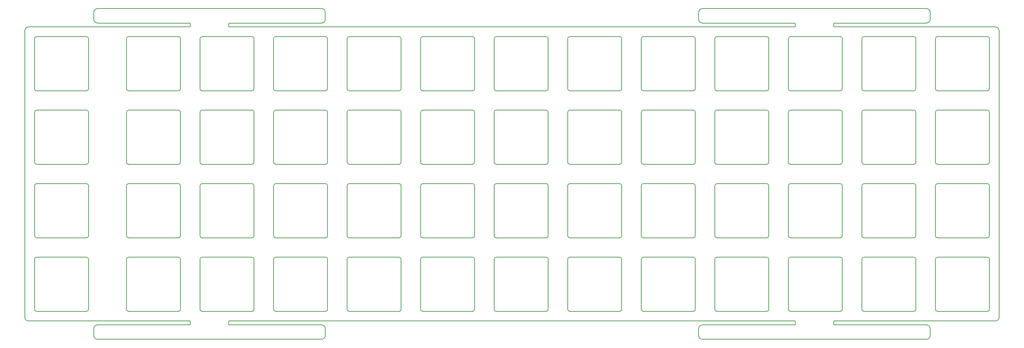
<source format=gbr>
%TF.GenerationSoftware,KiCad,Pcbnew,7.0.1-0*%
%TF.CreationDate,2023-08-03T16:04:49-05:00*%
%TF.ProjectId,plate,706c6174-652e-46b6-9963-61645f706362,rev?*%
%TF.SameCoordinates,Original*%
%TF.FileFunction,Profile,NP*%
%FSLAX46Y46*%
G04 Gerber Fmt 4.6, Leading zero omitted, Abs format (unit mm)*
G04 Created by KiCad (PCBNEW 7.0.1-0) date 2023-08-03 16:04:49*
%MOMM*%
%LPD*%
G01*
G04 APERTURE LIST*
%TA.AperFunction,Profile*%
%ADD10C,0.200000*%
%TD*%
G04 APERTURE END LIST*
D10*
X145900020Y-98868788D02*
X158900020Y-98868788D01*
X145400020Y-98368788D02*
G75*
G03*
X145900020Y-98868788I500001J1D01*
G01*
X145400020Y-85368788D02*
X145400020Y-98368788D01*
X145900020Y-84868788D02*
G75*
G03*
X145400020Y-85368788I1J-500001D01*
G01*
X158900020Y-84868788D02*
X145900020Y-84868788D01*
X159400020Y-85368788D02*
G75*
G03*
X158900020Y-84868788I-500001J-1D01*
G01*
X159400020Y-98368788D02*
X159400020Y-85368788D01*
X158900020Y-98868788D02*
G75*
G03*
X159400020Y-98368788I-1J500001D01*
G01*
X178450020Y-66318788D02*
G75*
G03*
X177950020Y-65818788I-500001J-1D01*
G01*
X164950020Y-65818788D02*
X177950020Y-65818788D01*
X164950020Y-65818788D02*
G75*
G03*
X164450020Y-66318788I1J-500001D01*
G01*
X164450020Y-79318788D02*
X164450020Y-66318788D01*
X164450020Y-79318788D02*
G75*
G03*
X164950020Y-79818788I500001J1D01*
G01*
X177950020Y-79818788D02*
X164950020Y-79818788D01*
X177950020Y-79818788D02*
G75*
G03*
X178450020Y-79318788I-1J500001D01*
G01*
X178450020Y-66318788D02*
X178450020Y-79318788D01*
X203050020Y-117918788D02*
X216050020Y-117918788D01*
X202550020Y-117418788D02*
G75*
G03*
X203050020Y-117918788I500001J1D01*
G01*
X202550020Y-104418788D02*
X202550020Y-117418788D01*
X203050020Y-103918788D02*
G75*
G03*
X202550020Y-104418788I1J-500001D01*
G01*
X216050020Y-103918788D02*
X203050020Y-103918788D01*
X216550020Y-104418788D02*
G75*
G03*
X216050020Y-103918788I-500001J-1D01*
G01*
X216550020Y-117418788D02*
X216550020Y-104418788D01*
X216050020Y-117918788D02*
G75*
G03*
X216550020Y-117418788I-1J500001D01*
G01*
X240650020Y-85368788D02*
X240650020Y-98368788D01*
X241150020Y-84868788D02*
G75*
G03*
X240650020Y-85368788I1J-500001D01*
G01*
X254150020Y-84868788D02*
X241150020Y-84868788D01*
X254650020Y-85368788D02*
G75*
G03*
X254150020Y-84868788I-500001J-1D01*
G01*
X254650020Y-98368788D02*
X254650020Y-85368788D01*
X254150020Y-98868788D02*
G75*
G03*
X254650020Y-98368788I-1J500001D01*
G01*
X241150020Y-98868788D02*
X254150020Y-98868788D01*
X240650020Y-98368788D02*
G75*
G03*
X241150020Y-98868788I500001J1D01*
G01*
X126350020Y-66318788D02*
X126350020Y-79318788D01*
X126850020Y-65818788D02*
G75*
G03*
X126350020Y-66318788I1J-500001D01*
G01*
X139850020Y-65818788D02*
X126850020Y-65818788D01*
X140350020Y-66318788D02*
G75*
G03*
X139850020Y-65818788I-500001J-1D01*
G01*
X140350020Y-79318788D02*
X140350020Y-66318788D01*
X139850020Y-79818788D02*
G75*
G03*
X140350020Y-79318788I-1J500001D01*
G01*
X126850020Y-79818788D02*
X139850020Y-79818788D01*
X126350020Y-79318788D02*
G75*
G03*
X126850020Y-79818788I500001J1D01*
G01*
X235600020Y-85368788D02*
G75*
G03*
X235100020Y-84868788I-500001J-1D01*
G01*
X222100020Y-84868788D02*
X235100020Y-84868788D01*
X222100020Y-84868788D02*
G75*
G03*
X221600020Y-85368788I1J-500001D01*
G01*
X221600020Y-98368788D02*
X221600020Y-85368788D01*
X221600020Y-98368788D02*
G75*
G03*
X222100020Y-98868788I500001J1D01*
G01*
X235100020Y-98868788D02*
X222100020Y-98868788D01*
X235100020Y-98868788D02*
G75*
G03*
X235600020Y-98368788I-1J500001D01*
G01*
X235600020Y-85368788D02*
X235600020Y-98368788D01*
X241150020Y-60768788D02*
X254150020Y-60768788D01*
X240650020Y-60268788D02*
G75*
G03*
X241150020Y-60768788I500001J1D01*
G01*
X240650020Y-47268788D02*
X240650020Y-60268788D01*
X241150020Y-46768788D02*
G75*
G03*
X240650020Y-47268788I1J-500001D01*
G01*
X254150020Y-46768788D02*
X241150020Y-46768788D01*
X254650020Y-47268788D02*
G75*
G03*
X254150020Y-46768788I-500001J-1D01*
G01*
X254650020Y-60268788D02*
X254650020Y-47268788D01*
X254150020Y-60768788D02*
G75*
G03*
X254650020Y-60268788I-1J500001D01*
G01*
X184000020Y-117918788D02*
X197000020Y-117918788D01*
X183500020Y-117418788D02*
G75*
G03*
X184000020Y-117918788I500001J1D01*
G01*
X183500020Y-104418788D02*
X183500020Y-117418788D01*
X184000020Y-103918788D02*
G75*
G03*
X183500020Y-104418788I1J-500001D01*
G01*
X197000020Y-103918788D02*
X184000020Y-103918788D01*
X197500020Y-104418788D02*
G75*
G03*
X197000020Y-103918788I-500001J-1D01*
G01*
X197500020Y-117418788D02*
X197500020Y-104418788D01*
X197000020Y-117918788D02*
G75*
G03*
X197500020Y-117418788I-1J500001D01*
G01*
X164950020Y-98868788D02*
X177950020Y-98868788D01*
X164450020Y-98368788D02*
G75*
G03*
X164950020Y-98868788I500001J1D01*
G01*
X164450020Y-85368788D02*
X164450020Y-98368788D01*
X164950020Y-84868788D02*
G75*
G03*
X164450020Y-85368788I1J-500001D01*
G01*
X177950020Y-84868788D02*
X164950020Y-84868788D01*
X178450020Y-85368788D02*
G75*
G03*
X177950020Y-84868788I-500001J-1D01*
G01*
X178450020Y-98368788D02*
X178450020Y-85368788D01*
X177950020Y-98868788D02*
G75*
G03*
X178450020Y-98368788I-1J500001D01*
G01*
X69700020Y-79818788D02*
X82700020Y-79818788D01*
X69200020Y-79318788D02*
G75*
G03*
X69700020Y-79818788I500001J1D01*
G01*
X69200020Y-66318788D02*
X69200020Y-79318788D01*
X69700020Y-65818788D02*
G75*
G03*
X69200020Y-66318788I1J-500001D01*
G01*
X82700020Y-65818788D02*
X69700020Y-65818788D01*
X83200020Y-66318788D02*
G75*
G03*
X82700020Y-65818788I-500001J-1D01*
G01*
X83200020Y-79318788D02*
X83200020Y-66318788D01*
X82700020Y-79818788D02*
G75*
G03*
X83200020Y-79318788I-1J500001D01*
G01*
X221600020Y-104418788D02*
X221600020Y-117418788D01*
X222100020Y-103918788D02*
G75*
G03*
X221600020Y-104418788I1J-500001D01*
G01*
X235100020Y-103918788D02*
X222100020Y-103918788D01*
X235600020Y-104418788D02*
G75*
G03*
X235100020Y-103918788I-500001J-1D01*
G01*
X235600020Y-117418788D02*
X235600020Y-104418788D01*
X235100020Y-117918788D02*
G75*
G03*
X235600020Y-117418788I-1J500001D01*
G01*
X222100020Y-117918788D02*
X235100020Y-117918788D01*
X221600020Y-117418788D02*
G75*
G03*
X222100020Y-117918788I500001J1D01*
G01*
X126850020Y-117918788D02*
X139850020Y-117918788D01*
X126350020Y-117418788D02*
G75*
G03*
X126850020Y-117918788I500001J1D01*
G01*
X126350020Y-104418788D02*
X126350020Y-117418788D01*
X126850020Y-103918788D02*
G75*
G03*
X126350020Y-104418788I1J-500001D01*
G01*
X139850020Y-103918788D02*
X126850020Y-103918788D01*
X140350020Y-104418788D02*
G75*
G03*
X139850020Y-103918788I-500001J-1D01*
G01*
X140350020Y-117418788D02*
X140350020Y-104418788D01*
X139850020Y-117918788D02*
G75*
G03*
X140350020Y-117418788I-1J500001D01*
G01*
X164950020Y-117918788D02*
X177950020Y-117918788D01*
X164450020Y-117418788D02*
G75*
G03*
X164950020Y-117918788I500001J1D01*
G01*
X164450020Y-104418788D02*
X164450020Y-117418788D01*
X164950020Y-103918788D02*
G75*
G03*
X164450020Y-104418788I1J-500001D01*
G01*
X177950020Y-103918788D02*
X164950020Y-103918788D01*
X178450020Y-104418788D02*
G75*
G03*
X177950020Y-103918788I-500001J-1D01*
G01*
X178450020Y-117418788D02*
X178450020Y-104418788D01*
X177950020Y-117918788D02*
G75*
G03*
X178450020Y-117418788I-1J500001D01*
G01*
X26837520Y-98868788D02*
X39837520Y-98868788D01*
X26337520Y-98368788D02*
G75*
G03*
X26837520Y-98868788I500001J1D01*
G01*
X26337520Y-85368788D02*
X26337520Y-98368788D01*
X26837520Y-84868788D02*
G75*
G03*
X26337520Y-85368788I1J-500001D01*
G01*
X39837520Y-84868788D02*
X26837520Y-84868788D01*
X40337520Y-85368788D02*
G75*
G03*
X39837520Y-84868788I-500001J-1D01*
G01*
X40337520Y-98368788D02*
X40337520Y-85368788D01*
X39837520Y-98868788D02*
G75*
G03*
X40337520Y-98368788I-1J500001D01*
G01*
X50650020Y-98868788D02*
X63650020Y-98868788D01*
X50150020Y-98368788D02*
G75*
G03*
X50650020Y-98868788I500001J1D01*
G01*
X50150020Y-85368788D02*
X50150020Y-98368788D01*
X50650020Y-84868788D02*
G75*
G03*
X50150020Y-85368788I1J-500001D01*
G01*
X63650020Y-84868788D02*
X50650020Y-84868788D01*
X64150020Y-85368788D02*
G75*
G03*
X63650020Y-84868788I-500001J-1D01*
G01*
X64150020Y-98368788D02*
X64150020Y-85368788D01*
X63650020Y-98868788D02*
G75*
G03*
X64150020Y-98368788I-1J500001D01*
G01*
X88750020Y-60768788D02*
X101750020Y-60768788D01*
X88250020Y-60268788D02*
G75*
G03*
X88750020Y-60768788I500001J1D01*
G01*
X88250020Y-47268788D02*
X88250020Y-60268788D01*
X88750020Y-46768788D02*
G75*
G03*
X88250020Y-47268788I1J-500001D01*
G01*
X101750020Y-46768788D02*
X88750020Y-46768788D01*
X102250020Y-47268788D02*
G75*
G03*
X101750020Y-46768788I-500001J-1D01*
G01*
X102250020Y-60268788D02*
X102250020Y-47268788D01*
X101750020Y-60768788D02*
G75*
G03*
X102250020Y-60268788I-1J500001D01*
G01*
X69700020Y-60768788D02*
X82700020Y-60768788D01*
X69200020Y-60268788D02*
G75*
G03*
X69700020Y-60768788I500001J1D01*
G01*
X69200020Y-47268788D02*
X69200020Y-60268788D01*
X69700020Y-46768788D02*
G75*
G03*
X69200020Y-47268788I1J-500001D01*
G01*
X82700020Y-46768788D02*
X69700020Y-46768788D01*
X83200020Y-47268788D02*
G75*
G03*
X82700020Y-46768788I-500001J-1D01*
G01*
X83200020Y-60268788D02*
X83200020Y-47268788D01*
X82700020Y-60768788D02*
G75*
G03*
X83200020Y-60268788I-1J500001D01*
G01*
X26837520Y-60768788D02*
X39837520Y-60768788D01*
X26337520Y-60268788D02*
G75*
G03*
X26837520Y-60768788I500001J1D01*
G01*
X26337520Y-47268788D02*
X26337520Y-60268788D01*
X26837520Y-46768788D02*
G75*
G03*
X26337520Y-47268788I1J-500001D01*
G01*
X39837520Y-46768788D02*
X26837520Y-46768788D01*
X40337520Y-47268788D02*
G75*
G03*
X39837520Y-46768788I-500001J-1D01*
G01*
X40337520Y-60268788D02*
X40337520Y-47268788D01*
X39837520Y-60768788D02*
G75*
G03*
X40337520Y-60268788I-1J500001D01*
G01*
X107800020Y-60768788D02*
X120800020Y-60768788D01*
X107300020Y-60268788D02*
G75*
G03*
X107800020Y-60768788I500001J1D01*
G01*
X107300020Y-47268788D02*
X107300020Y-60268788D01*
X107800020Y-46768788D02*
G75*
G03*
X107300020Y-47268788I1J-500001D01*
G01*
X120800020Y-46768788D02*
X107800020Y-46768788D01*
X121300020Y-47268788D02*
G75*
G03*
X120800020Y-46768788I-500001J-1D01*
G01*
X121300020Y-60268788D02*
X121300020Y-47268788D01*
X120800020Y-60768788D02*
G75*
G03*
X121300020Y-60268788I-1J500001D01*
G01*
X107800020Y-79818788D02*
X120800020Y-79818788D01*
X107300020Y-79318788D02*
G75*
G03*
X107800020Y-79818788I500001J1D01*
G01*
X107300020Y-66318788D02*
X107300020Y-79318788D01*
X107800020Y-65818788D02*
G75*
G03*
X107300020Y-66318788I1J-500001D01*
G01*
X120800020Y-65818788D02*
X107800020Y-65818788D01*
X121300020Y-66318788D02*
G75*
G03*
X120800020Y-65818788I-500001J-1D01*
G01*
X121300020Y-79318788D02*
X121300020Y-66318788D01*
X120800020Y-79818788D02*
G75*
G03*
X121300020Y-79318788I-1J500001D01*
G01*
X145900020Y-117918788D02*
X158900020Y-117918788D01*
X145400020Y-117418788D02*
G75*
G03*
X145900020Y-117918788I500001J1D01*
G01*
X145400020Y-104418788D02*
X145400020Y-117418788D01*
X145900020Y-103918788D02*
G75*
G03*
X145400020Y-104418788I1J-500001D01*
G01*
X158900020Y-103918788D02*
X145900020Y-103918788D01*
X159400020Y-104418788D02*
G75*
G03*
X158900020Y-103918788I-500001J-1D01*
G01*
X159400020Y-117418788D02*
X159400020Y-104418788D01*
X158900020Y-117918788D02*
G75*
G03*
X159400020Y-117418788I-1J500001D01*
G01*
X107800020Y-117918788D02*
X120800020Y-117918788D01*
X107300020Y-117418788D02*
G75*
G03*
X107800020Y-117918788I500001J1D01*
G01*
X107300020Y-104418788D02*
X107300020Y-117418788D01*
X107800020Y-103918788D02*
G75*
G03*
X107300020Y-104418788I1J-500001D01*
G01*
X120800020Y-103918788D02*
X107800020Y-103918788D01*
X121300020Y-104418788D02*
G75*
G03*
X120800020Y-103918788I-500001J-1D01*
G01*
X121300020Y-117418788D02*
X121300020Y-104418788D01*
X120800020Y-117918788D02*
G75*
G03*
X121300020Y-117418788I-1J500001D01*
G01*
X50650020Y-60768788D02*
X63650020Y-60768788D01*
X50150020Y-60268788D02*
G75*
G03*
X50650020Y-60768788I500001J1D01*
G01*
X50150020Y-47268788D02*
X50150020Y-60268788D01*
X50650020Y-46768788D02*
G75*
G03*
X50150020Y-47268788I1J-500001D01*
G01*
X63650020Y-46768788D02*
X50650020Y-46768788D01*
X64150020Y-47268788D02*
G75*
G03*
X63650020Y-46768788I-500001J-1D01*
G01*
X64150020Y-60268788D02*
X64150020Y-47268788D01*
X63650020Y-60768788D02*
G75*
G03*
X64150020Y-60268788I-1J500001D01*
G01*
X69700020Y-98868788D02*
X82700020Y-98868788D01*
X69200020Y-98368788D02*
G75*
G03*
X69700020Y-98868788I500001J1D01*
G01*
X69200020Y-85368788D02*
X69200020Y-98368788D01*
X69700020Y-84868788D02*
G75*
G03*
X69200020Y-85368788I1J-500001D01*
G01*
X82700020Y-84868788D02*
X69700020Y-84868788D01*
X83200020Y-85368788D02*
G75*
G03*
X82700020Y-84868788I-500001J-1D01*
G01*
X83200020Y-98368788D02*
X83200020Y-85368788D01*
X82700020Y-98868788D02*
G75*
G03*
X83200020Y-98368788I-1J500001D01*
G01*
X140350020Y-85368788D02*
G75*
G03*
X139850020Y-84868788I-500001J-1D01*
G01*
X126850020Y-84868788D02*
X139850020Y-84868788D01*
X126850020Y-84868788D02*
G75*
G03*
X126350020Y-85368788I1J-500001D01*
G01*
X126350020Y-98368788D02*
X126350020Y-85368788D01*
X126350020Y-98368788D02*
G75*
G03*
X126850020Y-98868788I500001J1D01*
G01*
X139850020Y-98868788D02*
X126850020Y-98868788D01*
X139850020Y-98868788D02*
G75*
G03*
X140350020Y-98368788I-1J500001D01*
G01*
X140350020Y-85368788D02*
X140350020Y-98368788D01*
X260200020Y-117918788D02*
X273200020Y-117918788D01*
X259700020Y-117418788D02*
G75*
G03*
X260200020Y-117918788I500001J1D01*
G01*
X259700020Y-104418788D02*
X259700020Y-117418788D01*
X260200020Y-103918788D02*
G75*
G03*
X259700020Y-104418788I1J-500001D01*
G01*
X273200020Y-103918788D02*
X260200020Y-103918788D01*
X273700020Y-104418788D02*
G75*
G03*
X273200020Y-103918788I-500001J-1D01*
G01*
X273700020Y-117418788D02*
X273700020Y-104418788D01*
X273200020Y-117918788D02*
G75*
G03*
X273700020Y-117418788I-1J500001D01*
G01*
X50650020Y-117918788D02*
X63650020Y-117918788D01*
X50150020Y-117418788D02*
G75*
G03*
X50650020Y-117918788I500001J1D01*
G01*
X50150020Y-104418788D02*
X50150020Y-117418788D01*
X50650020Y-103918788D02*
G75*
G03*
X50150020Y-104418788I1J-500001D01*
G01*
X63650020Y-103918788D02*
X50650020Y-103918788D01*
X64150020Y-104418788D02*
G75*
G03*
X63650020Y-103918788I-500001J-1D01*
G01*
X64150020Y-117418788D02*
X64150020Y-104418788D01*
X63650020Y-117918788D02*
G75*
G03*
X64150020Y-117418788I-1J500001D01*
G01*
X88750020Y-98868788D02*
X101750020Y-98868788D01*
X88250020Y-98368788D02*
G75*
G03*
X88750020Y-98868788I500001J1D01*
G01*
X88250020Y-85368788D02*
X88250020Y-98368788D01*
X88750020Y-84868788D02*
G75*
G03*
X88250020Y-85368788I1J-500001D01*
G01*
X101750020Y-84868788D02*
X88750020Y-84868788D01*
X102250020Y-85368788D02*
G75*
G03*
X101750020Y-84868788I-500001J-1D01*
G01*
X102250020Y-98368788D02*
X102250020Y-85368788D01*
X101750020Y-98868788D02*
G75*
G03*
X102250020Y-98368788I-1J500001D01*
G01*
X26837520Y-79818788D02*
X39837520Y-79818788D01*
X26337520Y-79318788D02*
G75*
G03*
X26837520Y-79818788I500001J1D01*
G01*
X26337520Y-66318788D02*
X26337520Y-79318788D01*
X26837520Y-65818788D02*
G75*
G03*
X26337520Y-66318788I1J-500001D01*
G01*
X39837520Y-65818788D02*
X26837520Y-65818788D01*
X40337520Y-66318788D02*
G75*
G03*
X39837520Y-65818788I-500001J-1D01*
G01*
X40337520Y-79318788D02*
X40337520Y-66318788D01*
X39837520Y-79818788D02*
G75*
G03*
X40337520Y-79318788I-1J500001D01*
G01*
X203050020Y-79818788D02*
X216050020Y-79818788D01*
X202550020Y-79318788D02*
G75*
G03*
X203050020Y-79818788I500001J1D01*
G01*
X202550020Y-66318788D02*
X202550020Y-79318788D01*
X203050020Y-65818788D02*
G75*
G03*
X202550020Y-66318788I1J-500001D01*
G01*
X216050020Y-65818788D02*
X203050020Y-65818788D01*
X216550020Y-66318788D02*
G75*
G03*
X216050020Y-65818788I-500001J-1D01*
G01*
X216550020Y-79318788D02*
X216550020Y-66318788D01*
X216050020Y-79818788D02*
G75*
G03*
X216550020Y-79318788I-1J500001D01*
G01*
X184000020Y-79818788D02*
X197000020Y-79818788D01*
X183500020Y-79318788D02*
G75*
G03*
X184000020Y-79818788I500001J1D01*
G01*
X183500020Y-66318788D02*
X183500020Y-79318788D01*
X184000020Y-65818788D02*
G75*
G03*
X183500020Y-66318788I1J-500001D01*
G01*
X197000020Y-65818788D02*
X184000020Y-65818788D01*
X197500020Y-66318788D02*
G75*
G03*
X197000020Y-65818788I-500001J-1D01*
G01*
X197500020Y-79318788D02*
X197500020Y-66318788D01*
X197000020Y-79818788D02*
G75*
G03*
X197500020Y-79318788I-1J500001D01*
G01*
X260200020Y-98868788D02*
X273200020Y-98868788D01*
X259700020Y-98368788D02*
G75*
G03*
X260200020Y-98868788I500001J1D01*
G01*
X259700020Y-85368788D02*
X259700020Y-98368788D01*
X260200020Y-84868788D02*
G75*
G03*
X259700020Y-85368788I1J-500001D01*
G01*
X273200020Y-84868788D02*
X260200020Y-84868788D01*
X273700020Y-85368788D02*
G75*
G03*
X273200020Y-84868788I-500001J-1D01*
G01*
X273700020Y-98368788D02*
X273700020Y-85368788D01*
X273200020Y-98868788D02*
G75*
G03*
X273700020Y-98368788I-1J500001D01*
G01*
X50650020Y-79818788D02*
X63650020Y-79818788D01*
X50150020Y-79318788D02*
G75*
G03*
X50650020Y-79818788I500001J1D01*
G01*
X50150020Y-66318788D02*
X50150020Y-79318788D01*
X50650020Y-65818788D02*
G75*
G03*
X50150020Y-66318788I1J-500001D01*
G01*
X63650020Y-65818788D02*
X50650020Y-65818788D01*
X64150020Y-66318788D02*
G75*
G03*
X63650020Y-65818788I-500001J-1D01*
G01*
X64150020Y-79318788D02*
X64150020Y-66318788D01*
X63650020Y-79818788D02*
G75*
G03*
X64150020Y-79318788I-1J500001D01*
G01*
X88750020Y-117918788D02*
X101750020Y-117918788D01*
X88250020Y-117418788D02*
G75*
G03*
X88750020Y-117918788I500001J1D01*
G01*
X88250020Y-104418788D02*
X88250020Y-117418788D01*
X88750020Y-103918788D02*
G75*
G03*
X88250020Y-104418788I1J-500001D01*
G01*
X101750020Y-103918788D02*
X88750020Y-103918788D01*
X102250020Y-104418788D02*
G75*
G03*
X101750020Y-103918788I-500001J-1D01*
G01*
X102250020Y-117418788D02*
X102250020Y-104418788D01*
X101750020Y-117918788D02*
G75*
G03*
X102250020Y-117418788I-1J500001D01*
G01*
X88250020Y-66318788D02*
X88250020Y-79318788D01*
X88750020Y-65818788D02*
G75*
G03*
X88250020Y-66318788I1J-500001D01*
G01*
X101750020Y-65818788D02*
X88750020Y-65818788D01*
X102250020Y-66318788D02*
G75*
G03*
X101750020Y-65818788I-500001J-1D01*
G01*
X102250020Y-79318788D02*
X102250020Y-66318788D01*
X101750020Y-79818788D02*
G75*
G03*
X102250020Y-79318788I-1J500001D01*
G01*
X88750020Y-79818788D02*
X101750020Y-79818788D01*
X88250020Y-79318788D02*
G75*
G03*
X88750020Y-79818788I500001J1D01*
G01*
X203050020Y-98868788D02*
X216050020Y-98868788D01*
X202550020Y-98368788D02*
G75*
G03*
X203050020Y-98868788I500001J1D01*
G01*
X202550020Y-85368788D02*
X202550020Y-98368788D01*
X203050020Y-84868788D02*
G75*
G03*
X202550020Y-85368788I1J-500001D01*
G01*
X216050020Y-84868788D02*
X203050020Y-84868788D01*
X216550020Y-85368788D02*
G75*
G03*
X216050020Y-84868788I-500001J-1D01*
G01*
X216550020Y-98368788D02*
X216550020Y-85368788D01*
X216050020Y-98868788D02*
G75*
G03*
X216550020Y-98368788I-1J500001D01*
G01*
X145900020Y-60768788D02*
X158900020Y-60768788D01*
X145400020Y-60268788D02*
G75*
G03*
X145900020Y-60768788I500001J1D01*
G01*
X145400020Y-47268788D02*
X145400020Y-60268788D01*
X145900020Y-46768788D02*
G75*
G03*
X145400020Y-47268788I1J-500001D01*
G01*
X158900020Y-46768788D02*
X145900020Y-46768788D01*
X159400020Y-47268788D02*
G75*
G03*
X158900020Y-46768788I-500001J-1D01*
G01*
X159400020Y-60268788D02*
X159400020Y-47268788D01*
X158900020Y-60768788D02*
G75*
G03*
X159400020Y-60268788I-1J500001D01*
G01*
X273700020Y-66318788D02*
G75*
G03*
X273200020Y-65818788I-500001J-1D01*
G01*
X260200020Y-65818788D02*
X273200020Y-65818788D01*
X260200020Y-65818788D02*
G75*
G03*
X259700020Y-66318788I1J-500001D01*
G01*
X259700020Y-79318788D02*
X259700020Y-66318788D01*
X259700020Y-79318788D02*
G75*
G03*
X260200020Y-79818788I500001J1D01*
G01*
X273200020Y-79818788D02*
X260200020Y-79818788D01*
X273200020Y-79818788D02*
G75*
G03*
X273700020Y-79318788I-1J500001D01*
G01*
X273700020Y-66318788D02*
X273700020Y-79318788D01*
X222100020Y-60768788D02*
X235100020Y-60768788D01*
X221600020Y-60268788D02*
G75*
G03*
X222100020Y-60768788I500001J1D01*
G01*
X221600020Y-47268788D02*
X221600020Y-60268788D01*
X222100020Y-46768788D02*
G75*
G03*
X221600020Y-47268788I1J-500001D01*
G01*
X235100020Y-46768788D02*
X222100020Y-46768788D01*
X235600020Y-47268788D02*
G75*
G03*
X235100020Y-46768788I-500001J-1D01*
G01*
X235600020Y-60268788D02*
X235600020Y-47268788D01*
X235100020Y-60768788D02*
G75*
G03*
X235600020Y-60268788I-1J500001D01*
G01*
X164950020Y-60768788D02*
X177950020Y-60768788D01*
X164450020Y-60268788D02*
G75*
G03*
X164950020Y-60768788I500001J1D01*
G01*
X164450020Y-47268788D02*
X164450020Y-60268788D01*
X164950020Y-46768788D02*
G75*
G03*
X164450020Y-47268788I1J-500001D01*
G01*
X177950020Y-46768788D02*
X164950020Y-46768788D01*
X178450020Y-47268788D02*
G75*
G03*
X177950020Y-46768788I-500001J-1D01*
G01*
X178450020Y-60268788D02*
X178450020Y-47268788D01*
X177950020Y-60768788D02*
G75*
G03*
X178450020Y-60268788I-1J500001D01*
G01*
X273700020Y-47268788D02*
G75*
G03*
X273200020Y-46768788I-500001J-1D01*
G01*
X260200020Y-46768788D02*
X273200020Y-46768788D01*
X260200020Y-46768788D02*
G75*
G03*
X259700020Y-47268788I1J-500001D01*
G01*
X259700020Y-60268788D02*
X259700020Y-47268788D01*
X259700020Y-60268788D02*
G75*
G03*
X260200020Y-60768788I500001J1D01*
G01*
X273200020Y-60768788D02*
X260200020Y-60768788D01*
X273200020Y-60768788D02*
G75*
G03*
X273700020Y-60268788I-1J500001D01*
G01*
X273700020Y-47268788D02*
X273700020Y-60268788D01*
X140350020Y-47268788D02*
G75*
G03*
X139850020Y-46768788I-500001J-1D01*
G01*
X126850020Y-46768788D02*
X139850020Y-46768788D01*
X126850020Y-46768788D02*
G75*
G03*
X126350020Y-47268788I1J-500001D01*
G01*
X126350020Y-60268788D02*
X126350020Y-47268788D01*
X126350020Y-60268788D02*
G75*
G03*
X126850020Y-60768788I500001J1D01*
G01*
X139850020Y-60768788D02*
X126850020Y-60768788D01*
X139850020Y-60768788D02*
G75*
G03*
X140350020Y-60268788I-1J500001D01*
G01*
X140350020Y-47268788D02*
X140350020Y-60268788D01*
X241150020Y-79818788D02*
X254150020Y-79818788D01*
X240650020Y-79318788D02*
G75*
G03*
X241150020Y-79818788I500001J1D01*
G01*
X240650020Y-66318788D02*
X240650020Y-79318788D01*
X241150020Y-65818788D02*
G75*
G03*
X240650020Y-66318788I1J-500001D01*
G01*
X254150020Y-65818788D02*
X241150020Y-65818788D01*
X254650020Y-66318788D02*
G75*
G03*
X254150020Y-65818788I-500001J-1D01*
G01*
X254650020Y-79318788D02*
X254650020Y-66318788D01*
X254150020Y-79818788D02*
G75*
G03*
X254650020Y-79318788I-1J500001D01*
G01*
X184000020Y-60768788D02*
X197000020Y-60768788D01*
X183500020Y-60268788D02*
G75*
G03*
X184000020Y-60768788I500001J1D01*
G01*
X183500020Y-47268788D02*
X183500020Y-60268788D01*
X184000020Y-46768788D02*
G75*
G03*
X183500020Y-47268788I1J-500001D01*
G01*
X197000020Y-46768788D02*
X184000020Y-46768788D01*
X197500020Y-47268788D02*
G75*
G03*
X197000020Y-46768788I-500001J-1D01*
G01*
X197500020Y-60268788D02*
X197500020Y-47268788D01*
X197000020Y-60768788D02*
G75*
G03*
X197500020Y-60268788I-1J500001D01*
G01*
X203050020Y-60768788D02*
X216050020Y-60768788D01*
X202550020Y-60268788D02*
G75*
G03*
X203050020Y-60768788I500001J1D01*
G01*
X202550020Y-47268788D02*
X202550020Y-60268788D01*
X203050020Y-46768788D02*
G75*
G03*
X202550020Y-47268788I1J-500001D01*
G01*
X216050020Y-46768788D02*
X203050020Y-46768788D01*
X216550020Y-47268788D02*
G75*
G03*
X216050020Y-46768788I-500001J-1D01*
G01*
X216550020Y-60268788D02*
X216550020Y-47268788D01*
X216050020Y-60768788D02*
G75*
G03*
X216550020Y-60268788I-1J500001D01*
G01*
X222100020Y-79818788D02*
X235100020Y-79818788D01*
X221600020Y-79318788D02*
G75*
G03*
X222100020Y-79818788I500001J1D01*
G01*
X221600020Y-66318788D02*
X221600020Y-79318788D01*
X222100020Y-65818788D02*
G75*
G03*
X221600020Y-66318788I1J-500001D01*
G01*
X235100020Y-65818788D02*
X222100020Y-65818788D01*
X235600020Y-66318788D02*
G75*
G03*
X235100020Y-65818788I-500001J-1D01*
G01*
X235600020Y-79318788D02*
X235600020Y-66318788D01*
X235100020Y-79818788D02*
G75*
G03*
X235600020Y-79318788I-1J500001D01*
G01*
X184000020Y-98868788D02*
X197000020Y-98868788D01*
X183500020Y-98368788D02*
G75*
G03*
X184000020Y-98868788I500001J1D01*
G01*
X183500020Y-85368788D02*
X183500020Y-98368788D01*
X184000020Y-84868788D02*
G75*
G03*
X183500020Y-85368788I1J-500001D01*
G01*
X197000020Y-84868788D02*
X184000020Y-84868788D01*
X197500020Y-85368788D02*
G75*
G03*
X197000020Y-84868788I-500001J-1D01*
G01*
X197500020Y-98368788D02*
X197500020Y-85368788D01*
X197000020Y-98868788D02*
G75*
G03*
X197500020Y-98368788I-1J500001D01*
G01*
X241150020Y-117918788D02*
X254150020Y-117918788D01*
X240650020Y-117418788D02*
G75*
G03*
X241150020Y-117918788I500001J1D01*
G01*
X240650020Y-104418788D02*
X240650020Y-117418788D01*
X241150020Y-103918788D02*
G75*
G03*
X240650020Y-104418788I1J-500001D01*
G01*
X254150020Y-103918788D02*
X241150020Y-103918788D01*
X254650020Y-104418788D02*
G75*
G03*
X254150020Y-103918788I-500001J-1D01*
G01*
X254650020Y-117418788D02*
X254650020Y-104418788D01*
X254150020Y-117918788D02*
G75*
G03*
X254650020Y-117418788I-1J500001D01*
G01*
X107800020Y-98868788D02*
X120800020Y-98868788D01*
X107300020Y-98368788D02*
G75*
G03*
X107800020Y-98868788I500001J1D01*
G01*
X107300020Y-85368788D02*
X107300020Y-98368788D01*
X107800020Y-84868788D02*
G75*
G03*
X107300020Y-85368788I1J-500001D01*
G01*
X120800020Y-84868788D02*
X107800020Y-84868788D01*
X121300020Y-85368788D02*
G75*
G03*
X120800020Y-84868788I-500001J-1D01*
G01*
X121300020Y-98368788D02*
X121300020Y-85368788D01*
X120800020Y-98868788D02*
G75*
G03*
X121300020Y-98368788I-1J500001D01*
G01*
X145900020Y-79818788D02*
X158900020Y-79818788D01*
X145400020Y-79318788D02*
G75*
G03*
X145900020Y-79818788I500001J1D01*
G01*
X145400020Y-66318788D02*
X145400020Y-79318788D01*
X145900020Y-65818788D02*
G75*
G03*
X145400020Y-66318788I1J-500001D01*
G01*
X158900020Y-65818788D02*
X145900020Y-65818788D01*
X159400020Y-66318788D02*
G75*
G03*
X158900020Y-65818788I-500001J-1D01*
G01*
X159400020Y-79318788D02*
X159400020Y-66318788D01*
X158900020Y-79818788D02*
G75*
G03*
X159400020Y-79318788I-1J500001D01*
G01*
X69700020Y-117918788D02*
X82700020Y-117918788D01*
X69200020Y-117418788D02*
G75*
G03*
X69700020Y-117918788I500001J1D01*
G01*
X69200020Y-104418788D02*
X69200020Y-117418788D01*
X69700020Y-103918788D02*
G75*
G03*
X69200020Y-104418788I1J-500001D01*
G01*
X82700020Y-103918788D02*
X69700020Y-103918788D01*
X83200020Y-104418788D02*
G75*
G03*
X82700020Y-103918788I-500001J-1D01*
G01*
X83200020Y-117418788D02*
X83200020Y-104418788D01*
X82700020Y-117918788D02*
G75*
G03*
X83200020Y-117418788I-1J500001D01*
G01*
X40337520Y-104418788D02*
G75*
G03*
X39837520Y-103918788I-500001J-1D01*
G01*
X26837520Y-103918788D02*
X39837520Y-103918788D01*
X26837520Y-103918788D02*
G75*
G03*
X26337520Y-104418788I1J-500001D01*
G01*
X26337520Y-117418788D02*
X26337520Y-104418788D01*
X26337520Y-117418788D02*
G75*
G03*
X26837520Y-117918788I500001J1D01*
G01*
X39837520Y-117918788D02*
X26837520Y-117918788D01*
X39837520Y-117918788D02*
G75*
G03*
X40337520Y-117418788I-1J500001D01*
G01*
X40337520Y-104418788D02*
X40337520Y-117418788D01*
X257365645Y-39493788D02*
X199365645Y-39493788D01*
X258365645Y-40493788D02*
G75*
G03*
X257365645Y-39493788I-999999J1D01*
G01*
X258365645Y-42243788D02*
X258365645Y-40493788D01*
X257365645Y-43243788D02*
G75*
G03*
X258365645Y-42243788I1J999999D01*
G01*
X233365645Y-43243788D02*
X257365645Y-43243788D01*
X233365645Y-44243788D02*
X233365645Y-43243788D01*
X275225020Y-44243788D02*
X233365645Y-44243788D01*
X276225020Y-45243788D02*
G75*
G03*
X275225020Y-44243788I-999999J1D01*
G01*
X276225020Y-119443788D02*
X276225020Y-45243788D01*
X275225020Y-120443788D02*
G75*
G03*
X276225020Y-119443788I1J999999D01*
G01*
X233365645Y-120443788D02*
X275225020Y-120443788D01*
X233365645Y-121443788D02*
X233365645Y-120443788D01*
X257365645Y-121443788D02*
X233365645Y-121443788D01*
X258365645Y-122443788D02*
G75*
G03*
X257365645Y-121443788I-999999J1D01*
G01*
X258365645Y-124193788D02*
X258365645Y-122443788D01*
X257365645Y-125193788D02*
G75*
G03*
X258365645Y-124193788I1J999999D01*
G01*
X199365645Y-125193788D02*
X257365645Y-125193788D01*
X198365645Y-124193788D02*
G75*
G03*
X199365645Y-125193788I999999J-1D01*
G01*
X198365645Y-122443788D02*
X198365645Y-124193788D01*
X199365645Y-121443788D02*
G75*
G03*
X198365645Y-122443788I-1J-999999D01*
G01*
X223365645Y-121443788D02*
X199365645Y-121443788D01*
X223365645Y-120443788D02*
X223365645Y-121443788D01*
X76671895Y-120443788D02*
X223365645Y-120443788D01*
X76671895Y-121443788D02*
X76671895Y-120443788D01*
X100671895Y-121443788D02*
X76671895Y-121443788D01*
X101671895Y-122443788D02*
G75*
G03*
X100671895Y-121443788I-999999J1D01*
G01*
X101671895Y-124193788D02*
X101671895Y-122443788D01*
X100671895Y-125193788D02*
G75*
G03*
X101671895Y-124193788I1J999999D01*
G01*
X42671895Y-125193788D02*
X100671895Y-125193788D01*
X41671895Y-124193788D02*
G75*
G03*
X42671895Y-125193788I999999J-1D01*
G01*
X41671895Y-122443788D02*
X41671895Y-124193788D01*
X42671895Y-121443788D02*
G75*
G03*
X41671895Y-122443788I-1J-999999D01*
G01*
X66671895Y-121443788D02*
X42671895Y-121443788D01*
X66671895Y-120443788D02*
X66671895Y-121443788D01*
X24812520Y-120443788D02*
X66671895Y-120443788D01*
X23812520Y-119443788D02*
G75*
G03*
X24812520Y-120443788I999999J-1D01*
G01*
X23812520Y-45243788D02*
X23812520Y-119443788D01*
X24812520Y-44243788D02*
G75*
G03*
X23812520Y-45243788I-1J-999999D01*
G01*
X66671895Y-44243788D02*
X24812520Y-44243788D01*
X66671895Y-43243788D02*
X66671895Y-44243788D01*
X42671895Y-43243788D02*
X66671895Y-43243788D01*
X41671895Y-42243788D02*
G75*
G03*
X42671895Y-43243788I999999J-1D01*
G01*
X41671895Y-40493788D02*
X41671895Y-42243788D01*
X42671895Y-39493788D02*
G75*
G03*
X41671895Y-40493788I-1J-999999D01*
G01*
X100671895Y-39493788D02*
X42671895Y-39493788D01*
X101671895Y-40493788D02*
G75*
G03*
X100671895Y-39493788I-999999J1D01*
G01*
X101671895Y-42243788D02*
X101671895Y-40493788D01*
X100671895Y-43243788D02*
G75*
G03*
X101671895Y-42243788I1J999999D01*
G01*
X76671895Y-43243788D02*
X100671895Y-43243788D01*
X76671895Y-44243788D02*
X76671895Y-43243788D01*
X223365645Y-44243788D02*
X76671895Y-44243788D01*
X223365645Y-43243788D02*
X223365645Y-44243788D01*
X199365645Y-43243788D02*
X223365645Y-43243788D01*
X198365645Y-42243788D02*
G75*
G03*
X199365645Y-43243788I999999J-1D01*
G01*
X198365645Y-40493788D02*
X198365645Y-42243788D01*
X199365645Y-39493788D02*
G75*
G03*
X198365645Y-40493788I-1J-999999D01*
G01*
M02*

</source>
